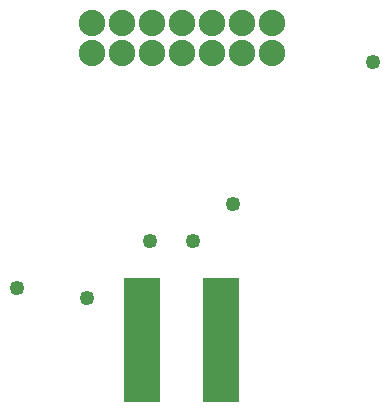
<source format=gts>
G04 MADE WITH FRITZING*
G04 WWW.FRITZING.ORG*
G04 DOUBLE SIDED*
G04 HOLES PLATED*
G04 CONTOUR ON CENTER OF CONTOUR VECTOR*
%ASAXBY*%
%FSLAX23Y23*%
%MOIN*%
%OFA0B0*%
%SFA1.0B1.0*%
%ADD10C,0.049370*%
%ADD11C,0.088000*%
%ADD12R,0.120236X0.059213*%
%LNMASK1*%
G90*
G70*
G54D10*
X140Y478D03*
X374Y445D03*
X1329Y1230D03*
X860Y757D03*
X585Y635D03*
X727Y635D03*
G54D11*
X992Y1261D03*
X892Y1261D03*
X792Y1261D03*
X692Y1261D03*
X592Y1261D03*
X492Y1261D03*
X392Y1261D03*
X992Y1261D03*
X892Y1261D03*
X792Y1261D03*
X692Y1261D03*
X592Y1261D03*
X492Y1261D03*
X392Y1261D03*
X392Y1361D03*
X492Y1361D03*
X592Y1361D03*
X692Y1361D03*
X792Y1361D03*
X892Y1361D03*
X992Y1361D03*
X992Y1261D03*
X892Y1261D03*
X792Y1261D03*
X692Y1261D03*
X592Y1261D03*
X492Y1261D03*
X392Y1261D03*
X992Y1261D03*
X892Y1261D03*
X792Y1261D03*
X692Y1261D03*
X592Y1261D03*
X492Y1261D03*
X392Y1261D03*
X392Y1361D03*
X492Y1361D03*
X592Y1361D03*
X692Y1361D03*
X792Y1361D03*
X892Y1361D03*
X992Y1361D03*
G54D12*
X821Y480D03*
X821Y421D03*
X821Y362D03*
X821Y303D03*
X821Y244D03*
X821Y185D03*
X821Y126D03*
X557Y480D03*
X557Y421D03*
X557Y362D03*
X557Y303D03*
X557Y244D03*
X557Y185D03*
X557Y126D03*
G04 End of Mask1*
M02*
</source>
